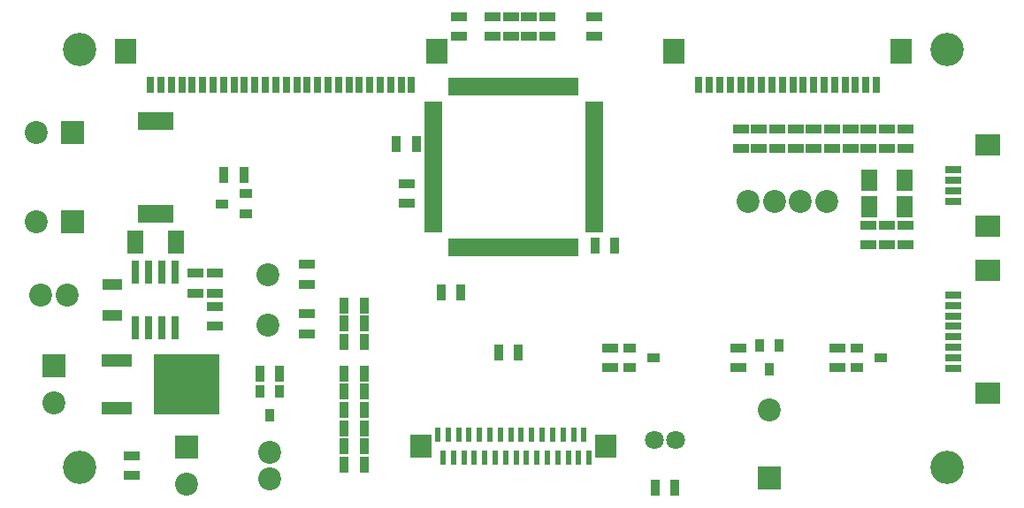
<source format=gbr>
G04 DipTrace 3.2.0.1*
G04 Íèæíÿÿìàñêà.gbr*
%MOIN*%
G04 #@! TF.FileFunction,Soldermask,Bot*
G04 #@! TF.Part,Single*
%ADD54C,0.125984*%
%ADD59R,0.031496X0.059055*%
%ADD61R,0.07874X0.094488*%
%ADD62R,0.062992X0.07874*%
%ADD63R,0.059055X0.031496*%
%ADD65R,0.094488X0.07874*%
%ADD67R,0.033465X0.049213*%
%ADD69R,0.049213X0.033465*%
%ADD72R,0.062992X0.090551*%
%ADD76R,0.074803X0.043307*%
%ADD78R,0.133858X0.070866*%
%ADD80C,0.070866*%
%ADD82R,0.023622X0.057087*%
%ADD84R,0.07874X0.086614*%
%ADD86R,0.031496X0.086614*%
%ADD88R,0.019685X0.070866*%
%ADD90R,0.070866X0.019685*%
%ADD92R,0.25X0.226378*%
%ADD94R,0.116142X0.047244*%
%ADD96C,0.086614*%
%ADD97R,0.059055X0.035433*%
%ADD99R,0.035433X0.059055*%
%ADD101C,0.086614*%
%ADD103R,0.086614X0.086614*%
%FSLAX26Y26*%
G04*
G70*
G90*
G75*
G01*
G04 BotMask*
%LPD*%
D103*
X3326772Y551181D3*
D101*
Y807087D3*
D99*
X1799213Y944882D3*
X1724409D3*
Y1131890D3*
X1799213D3*
X1724409Y1062992D3*
X1799213D3*
Y600394D3*
X1724409D3*
X1799213Y669291D3*
X1724409D3*
X1799213Y738189D3*
X1724409D3*
X1799213Y807087D3*
X1724409D3*
X1799213Y875984D3*
X1724409D3*
X1799213Y1200787D3*
X1724409D3*
D97*
X1162205Y1321605D3*
Y1246802D3*
D103*
X699845Y1515454D3*
D96*
X562050D3*
D103*
X699845Y1852951D3*
D96*
X562050D3*
D103*
X630955Y971849D3*
D96*
Y834054D3*
D97*
X924705Y559302D3*
Y634105D3*
D103*
X1130954Y665601D3*
D96*
Y527806D3*
D97*
X1584646Y1356299D3*
Y1281496D3*
Y1094488D3*
Y1169291D3*
X3218504Y1793307D3*
Y1868110D3*
X3356299Y1793307D3*
Y1868110D3*
X3494094Y1793307D3*
Y1868110D3*
X3631890Y1793307D3*
Y1868110D3*
X3769685Y1793307D3*
Y1868110D3*
X2283465Y2291339D3*
Y2216535D3*
X2352362Y2291339D3*
Y2216535D3*
D99*
X2163386Y1250000D3*
X2088583D3*
D97*
X1958661Y1586614D3*
Y1661417D3*
D99*
X1996063Y1811024D3*
X1921260D3*
D97*
X2155512Y2291339D3*
Y2216535D3*
X2667323Y2291339D3*
Y2216535D3*
D99*
X2744094Y1427165D3*
X2669291D3*
X2379921Y1023622D3*
X2305118D3*
D94*
X865600Y813189D3*
Y992717D3*
D92*
X1129379Y902953D3*
D90*
X2059055Y1486220D3*
Y1505906D3*
Y1525591D3*
Y1545276D3*
Y1564961D3*
Y1584646D3*
Y1604331D3*
Y1624016D3*
Y1643701D3*
Y1663386D3*
Y1683071D3*
Y1702756D3*
Y1722441D3*
Y1742126D3*
Y1761811D3*
Y1781496D3*
Y1801181D3*
Y1820866D3*
Y1840551D3*
Y1860236D3*
Y1879921D3*
Y1899606D3*
Y1919291D3*
Y1938976D3*
Y1958661D3*
D88*
X2125984Y2025591D3*
X2145669D3*
X2165354D3*
X2185039D3*
X2204724D3*
X2224409D3*
X2244094D3*
X2263780D3*
X2283465D3*
X2303150D3*
X2322835D3*
X2342520D3*
X2362205D3*
X2381890D3*
X2401575D3*
X2421260D3*
X2440945D3*
X2460630D3*
X2480315D3*
X2500000D3*
X2519685D3*
X2539370D3*
X2559055D3*
X2578740D3*
X2598425D3*
D90*
X2665354Y1958661D3*
Y1938976D3*
Y1919291D3*
Y1899606D3*
Y1879921D3*
Y1860236D3*
Y1840551D3*
Y1820866D3*
Y1801181D3*
Y1781496D3*
Y1761811D3*
Y1742126D3*
Y1722441D3*
Y1702756D3*
Y1683071D3*
Y1663386D3*
Y1643701D3*
Y1624016D3*
Y1604331D3*
Y1584646D3*
Y1564961D3*
Y1545276D3*
Y1525591D3*
Y1505906D3*
Y1486220D3*
D88*
X2598425Y1419291D3*
X2578740D3*
X2559055D3*
X2539370D3*
X2519685D3*
X2500000D3*
X2480315D3*
X2460630D3*
X2440945D3*
X2421260D3*
X2401575D3*
X2381890D3*
X2362205D3*
X2342520D3*
X2322835D3*
X2303150D3*
X2283465D3*
X2263780D3*
X2244094D3*
X2224409D3*
X2204724D3*
X2185039D3*
X2165354D3*
X2145669D3*
X2125984D3*
D86*
X937205Y1328001D3*
X987205D3*
X1037205D3*
X1087205D3*
Y1115403D3*
X1037205D3*
X987205D3*
X937205D3*
D84*
X2013780Y669291D3*
D82*
X2096457Y625000D3*
X2116142Y713583D3*
X2135827Y625000D3*
X2155512Y713583D3*
X2175197Y625000D3*
X2194882Y713583D3*
X2214567Y625000D3*
X2234252Y713583D3*
X2253937Y625000D3*
X2273622Y713583D3*
X2293307Y625000D3*
X2312992Y713583D3*
X2332677Y625000D3*
X2352362Y713583D3*
X2372047Y625000D3*
X2391732Y713583D3*
X2411417Y625000D3*
X2431102Y713583D3*
X2450787Y625000D3*
X2470472Y713583D3*
X2490157Y625000D3*
X2509843Y713583D3*
X2529528Y625000D3*
X2549213Y713583D3*
X2568898Y625000D3*
X2588583Y713583D3*
X2608268Y625000D3*
X2627953Y713583D3*
X2647638Y625000D3*
X2076772Y713583D3*
D84*
X2710630Y669291D3*
D80*
X2893701Y692913D3*
X2972441D3*
D54*
X728346Y2165354D3*
X3996063D3*
Y590551D3*
X728346D3*
D78*
X1012238Y1546505D3*
Y1896899D3*
D99*
X2970472Y511811D3*
X2895669D3*
D97*
X2726378Y966535D3*
Y1041339D3*
X1237205Y1246802D3*
Y1321605D3*
Y1121801D3*
Y1196604D3*
D76*
X849705Y1164615D3*
Y1278789D3*
D97*
X3769685Y1503937D3*
Y1429134D3*
X3838583Y1503937D3*
Y1429134D3*
X3700787Y1503937D3*
Y1429134D3*
X3582677Y966535D3*
Y1041339D3*
X3287402Y1868110D3*
Y1793307D3*
X3425197Y1868110D3*
Y1793307D3*
X3562992Y1868110D3*
Y1793307D3*
X3700787Y1868110D3*
Y1793307D3*
X3838583Y1868110D3*
Y1793307D3*
X2421260Y2216535D3*
Y2291339D3*
X2490157Y2216535D3*
Y2291339D3*
D99*
X1346457Y1692913D3*
X1271654D3*
X1480857Y944046D3*
X1406054D3*
D97*
X3208661Y966535D3*
Y1041339D3*
D72*
X935436Y1440451D3*
X1088974D3*
D62*
X3836614Y1673228D3*
X3702756D3*
X3836614Y1574803D3*
X3702756D3*
D69*
X1354331Y1622047D3*
Y1547244D3*
X1263780Y1584646D3*
X2799213Y966535D3*
Y1041339D3*
X2889764Y1003937D3*
D67*
X1406052Y876820D3*
X1480856D3*
X1443454Y786269D3*
X3289370Y1049213D3*
X3364173D3*
X3326772Y958661D3*
D69*
X3655512Y966535D3*
Y1041339D3*
X3746063Y1003937D3*
D65*
X4149606Y1807087D3*
D63*
X4021654Y1712598D3*
Y1673228D3*
Y1633858D3*
Y1594488D3*
D65*
X4149606Y1500000D3*
D61*
X2966535Y2161417D3*
D59*
X3061024Y2033465D3*
X3100394D3*
X3139764D3*
X3179134D3*
X3218504D3*
X3257874D3*
X3297244D3*
X3336614D3*
X3375984D3*
X3415354D3*
X3454724D3*
X3494094D3*
X3533465D3*
X3572835D3*
X3612205D3*
X3651575D3*
X3690945D3*
X3730315D3*
D61*
X3824803Y2161417D3*
X899606D3*
D59*
X994094Y2033465D3*
X1033465D3*
X1072835D3*
X1112205D3*
X1151575D3*
X1190945D3*
X1230315D3*
X1269685D3*
X1309055D3*
X1348425D3*
X1387795D3*
X1427165D3*
X1466535D3*
X1505906D3*
X1545276D3*
X1584646D3*
X1624016D3*
X1663386D3*
X1702756D3*
X1742126D3*
X1781496D3*
X1820866D3*
X1860236D3*
X1899606D3*
X1938976D3*
X1978346D3*
D61*
X2072835Y2161417D3*
D96*
X3248031Y1594488D3*
X3346457D3*
X3444882D3*
X3543307D3*
X680160Y1240451D3*
X581735D3*
X1443455Y547491D3*
Y645916D3*
D65*
X4149606Y1334646D3*
D63*
X4021654Y1240157D3*
Y1200787D3*
Y1161417D3*
Y1122047D3*
Y1082677D3*
Y1043307D3*
Y1003937D3*
Y964567D3*
D65*
X4149606Y870079D3*
D101*
X1437008Y1315472D3*
Y1125472D3*
M02*

</source>
